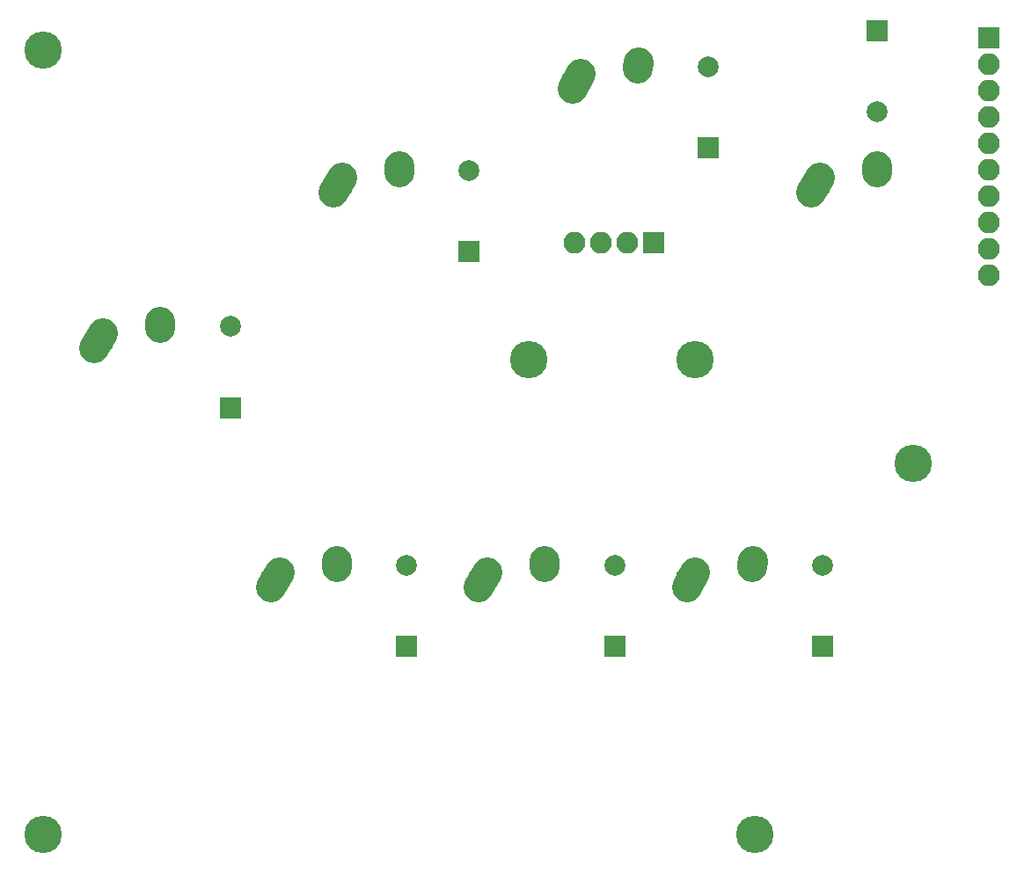
<source format=gbr>
G04 #@! TF.GenerationSoftware,KiCad,Pcbnew,(5.1.2)-2*
G04 #@! TF.CreationDate,2019-07-07T18:03:19+10:00*
G04 #@! TF.ProjectId,Left_Combined_Micro,4c656674-5f43-46f6-9d62-696e65645f4d,rev?*
G04 #@! TF.SameCoordinates,Original*
G04 #@! TF.FileFunction,Soldermask,Bot*
G04 #@! TF.FilePolarity,Negative*
%FSLAX46Y46*%
G04 Gerber Fmt 4.6, Leading zero omitted, Abs format (unit mm)*
G04 Created by KiCad (PCBNEW (5.1.2)-2) date 2019-07-07 18:03:19*
%MOMM*%
%LPD*%
G04 APERTURE LIST*
%ADD10C,3.600000*%
%ADD11R,2.000000X2.000000*%
%ADD12C,2.000000*%
%ADD13R,2.100000X2.100000*%
%ADD14O,2.100000X2.100000*%
%ADD15C,2.900000*%
%ADD16C,2.900000*%
G04 APERTURE END LIST*
D10*
X187500000Y-73500000D03*
X172250000Y-109250000D03*
X103750000Y-109250000D03*
D11*
X184000000Y-31850000D03*
D12*
X184000000Y-39650000D03*
D11*
X167750000Y-43150000D03*
D12*
X167750000Y-35350000D03*
D11*
X144750000Y-53150000D03*
D12*
X144750000Y-45350000D03*
D11*
X121750000Y-68150000D03*
D12*
X121750000Y-60350000D03*
D11*
X178750000Y-91150000D03*
D12*
X178750000Y-83350000D03*
D11*
X158750000Y-91150000D03*
D12*
X158750000Y-83350000D03*
D11*
X138750000Y-91150000D03*
D12*
X138750000Y-83350000D03*
D13*
X194750000Y-32500000D03*
D14*
X194750000Y-35040000D03*
X194750000Y-37580000D03*
X194750000Y-40120000D03*
X194750000Y-42660000D03*
X194750000Y-45200000D03*
X194750000Y-47740000D03*
X194750000Y-50280000D03*
X194750000Y-52820000D03*
X194750000Y-55360000D03*
D13*
X162500000Y-52250000D03*
D14*
X159960000Y-52250000D03*
X157420000Y-52250000D03*
X154880000Y-52250000D03*
D15*
X178095000Y-46730000D03*
D16*
X178500453Y-46000046D02*
X177689547Y-47459954D01*
D15*
X184020000Y-45210000D03*
D16*
X184039724Y-44920672D02*
X184000276Y-45499328D01*
D15*
X155095000Y-36730000D03*
D16*
X155500453Y-36000046D02*
X154689547Y-37459954D01*
D15*
X161020000Y-35210000D03*
D16*
X161039724Y-34920672D02*
X161000276Y-35499328D01*
D15*
X132095000Y-46730000D03*
D16*
X132500453Y-46000046D02*
X131689547Y-47459954D01*
D15*
X138020000Y-45210000D03*
D16*
X138039724Y-44920672D02*
X138000276Y-45499328D01*
D15*
X109095000Y-61730000D03*
D16*
X109500453Y-61000046D02*
X108689547Y-62459954D01*
D15*
X115020000Y-60210000D03*
D16*
X115039724Y-59920672D02*
X115000276Y-60499328D01*
D15*
X166095000Y-84730000D03*
D16*
X166500453Y-84000046D02*
X165689547Y-85459954D01*
D15*
X172020000Y-83210000D03*
D16*
X172039724Y-82920672D02*
X172000276Y-83499328D01*
D15*
X146095000Y-84730000D03*
D16*
X146500453Y-84000046D02*
X145689547Y-85459954D01*
D15*
X152020000Y-83210000D03*
D16*
X152039724Y-82920672D02*
X152000276Y-83499328D01*
D15*
X126095000Y-84730000D03*
D16*
X126500453Y-84000046D02*
X125689547Y-85459954D01*
D15*
X132020000Y-83210000D03*
D16*
X132039724Y-82920672D02*
X132000276Y-83499328D01*
D10*
X166500000Y-63500000D03*
X150500000Y-63500000D03*
X103750000Y-33750000D03*
M02*

</source>
